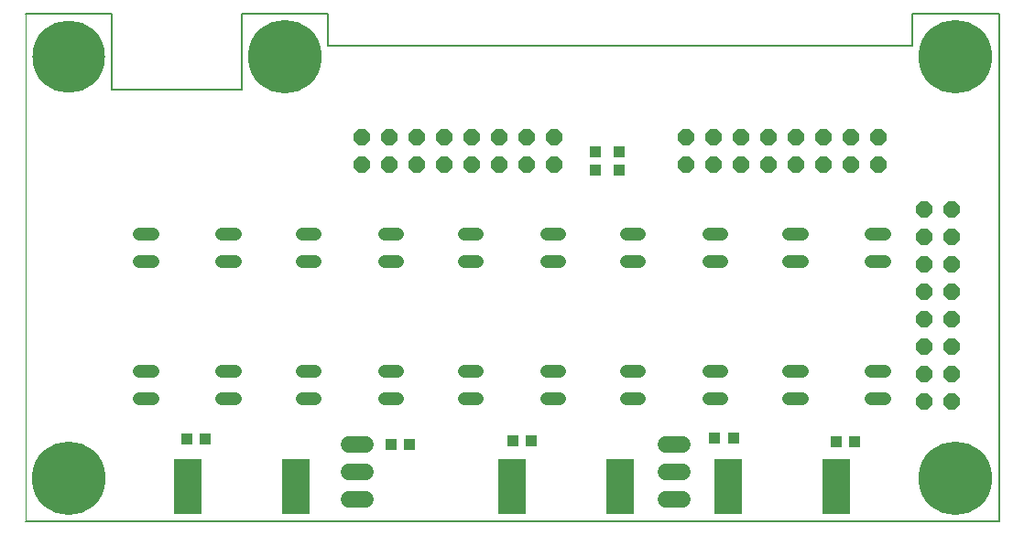
<source format=gts>
G75*
%MOIN*%
%OFA0B0*%
%FSLAX25Y25*%
%IPPOS*%
%LPD*%
%AMOC8*
5,1,8,0,0,1.08239X$1,22.5*
%
%ADD10C,0.00591*%
%ADD11C,0.00394*%
%ADD12C,0.04800*%
%ADD13R,0.03937X0.04331*%
%ADD14OC8,0.06000*%
%ADD15R,0.10000X0.20000*%
%ADD16C,0.06000*%
%ADD17C,0.26378*%
%ADD18C,0.26772*%
D10*
X0001394Y0004890D02*
X0355724Y0004890D01*
X0355724Y0189929D01*
X0324228Y0189929D01*
X0324228Y0178118D01*
X0111630Y0178118D01*
X0111630Y0189929D01*
X0080134Y0189929D01*
X0080134Y0162370D01*
X0032890Y0162370D01*
X0032890Y0189929D01*
X0001394Y0189929D01*
D11*
X0001394Y0004890D01*
D12*
X0043049Y0049693D02*
X0047849Y0049693D01*
X0047849Y0059693D02*
X0043049Y0059693D01*
X0073049Y0059693D02*
X0077849Y0059693D01*
X0077849Y0049693D02*
X0073049Y0049693D01*
X0102104Y0049693D02*
X0106904Y0049693D01*
X0106904Y0059693D02*
X0102104Y0059693D01*
X0132104Y0059693D02*
X0136904Y0059693D01*
X0136904Y0049693D02*
X0132104Y0049693D01*
X0161159Y0049693D02*
X0165959Y0049693D01*
X0165959Y0059693D02*
X0161159Y0059693D01*
X0191159Y0059693D02*
X0195959Y0059693D01*
X0195959Y0049693D02*
X0191159Y0049693D01*
X0220214Y0049693D02*
X0225014Y0049693D01*
X0225014Y0059693D02*
X0220214Y0059693D01*
X0250214Y0059693D02*
X0255014Y0059693D01*
X0255014Y0049693D02*
X0250214Y0049693D01*
X0279269Y0049693D02*
X0284069Y0049693D01*
X0284069Y0059693D02*
X0279269Y0059693D01*
X0309269Y0059693D02*
X0314069Y0059693D01*
X0314069Y0049693D02*
X0309269Y0049693D01*
X0309269Y0099693D02*
X0314069Y0099693D01*
X0314069Y0109693D02*
X0309269Y0109693D01*
X0284069Y0109693D02*
X0279269Y0109693D01*
X0279269Y0099693D02*
X0284069Y0099693D01*
X0255014Y0099693D02*
X0250214Y0099693D01*
X0250214Y0109693D02*
X0255014Y0109693D01*
X0225014Y0109693D02*
X0220214Y0109693D01*
X0220214Y0099693D02*
X0225014Y0099693D01*
X0195959Y0099693D02*
X0191159Y0099693D01*
X0191159Y0109693D02*
X0195959Y0109693D01*
X0165959Y0109693D02*
X0161159Y0109693D01*
X0161159Y0099693D02*
X0165959Y0099693D01*
X0136904Y0099693D02*
X0132104Y0099693D01*
X0132104Y0109693D02*
X0136904Y0109693D01*
X0106904Y0109693D02*
X0102104Y0109693D01*
X0102104Y0099693D02*
X0106904Y0099693D01*
X0077849Y0099693D02*
X0073049Y0099693D01*
X0073049Y0109693D02*
X0077849Y0109693D01*
X0047849Y0109693D02*
X0043049Y0109693D01*
X0043049Y0099693D02*
X0047849Y0099693D01*
D13*
X0060291Y0035008D03*
X0066984Y0035008D03*
X0134425Y0033039D03*
X0141118Y0033039D03*
X0178756Y0034417D03*
X0185449Y0034417D03*
X0252378Y0035205D03*
X0259071Y0035205D03*
X0296457Y0033827D03*
X0303150Y0033827D03*
X0217535Y0133039D03*
X0208874Y0133039D03*
X0208874Y0139732D03*
X0217535Y0139732D03*
D14*
X0193874Y0134929D03*
X0183874Y0134929D03*
X0173874Y0134929D03*
X0163874Y0134929D03*
X0153874Y0134929D03*
X0143874Y0134929D03*
X0133874Y0134929D03*
X0123874Y0134929D03*
X0123874Y0144929D03*
X0133874Y0144929D03*
X0143874Y0144929D03*
X0153874Y0144929D03*
X0163874Y0144929D03*
X0173874Y0144929D03*
X0183874Y0144929D03*
X0193874Y0144929D03*
X0241984Y0144929D03*
X0251984Y0144929D03*
X0261984Y0144929D03*
X0271984Y0144929D03*
X0281984Y0144929D03*
X0291984Y0144929D03*
X0301984Y0144929D03*
X0311984Y0144929D03*
X0311984Y0134929D03*
X0301984Y0134929D03*
X0291984Y0134929D03*
X0281984Y0134929D03*
X0271984Y0134929D03*
X0261984Y0134929D03*
X0251984Y0134929D03*
X0241984Y0134929D03*
X0328677Y0118630D03*
X0338677Y0118630D03*
X0338677Y0108630D03*
X0328677Y0108630D03*
X0328677Y0098630D03*
X0338677Y0098630D03*
X0338677Y0088630D03*
X0328677Y0088630D03*
X0328677Y0078630D03*
X0338677Y0078630D03*
X0338677Y0068630D03*
X0328677Y0068630D03*
X0328677Y0058630D03*
X0338677Y0058630D03*
X0338677Y0048630D03*
X0328677Y0048630D03*
D15*
X0296669Y0017488D03*
X0257299Y0017488D03*
X0217929Y0017488D03*
X0178559Y0017488D03*
X0099819Y0017488D03*
X0060449Y0017488D03*
D16*
X0119260Y0013000D02*
X0125260Y0013000D01*
X0125260Y0023000D02*
X0119260Y0023000D01*
X0119260Y0033000D02*
X0125260Y0033000D01*
X0234614Y0033000D02*
X0240614Y0033000D01*
X0240614Y0023000D02*
X0234614Y0023000D01*
X0234614Y0013000D02*
X0240614Y0013000D01*
D17*
X0017142Y0174181D03*
D18*
X0095882Y0174181D03*
X0339976Y0174181D03*
X0339976Y0020638D03*
X0017142Y0020638D03*
M02*

</source>
